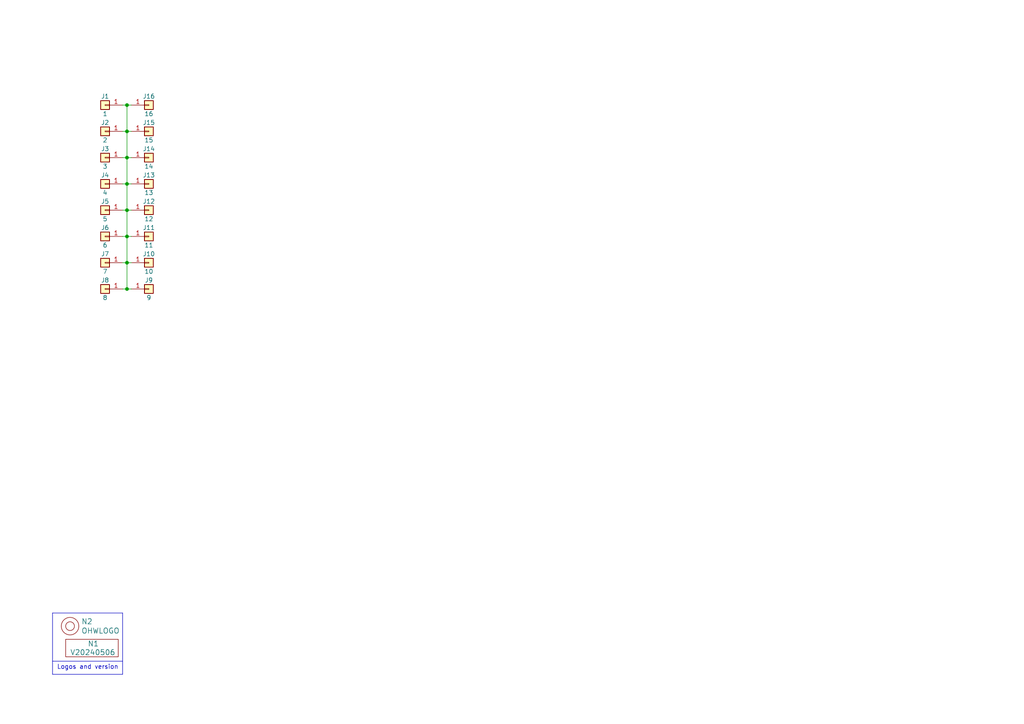
<source format=kicad_sch>
(kicad_sch (version 20230121) (generator eeschema)
  (paper "A4")
  (lib_symbols
    (symbol "Connector_Generic:Conn_01x01" (pin_names (offset 1.016) hide)
      (property "Reference" "J" (at 0 2.54 0))
      (property "Value" "Conn_01x01" (at 0 -2.54 0))
      (symbol "Conn_01x01_1_1"
        (rectangle (start -1.27 0.127) (end 0 -0.127) (stroke (width 0.1524)))
        (rectangle (start -1.27 1.27) (end 1.27 -1.27) (stroke (width 0.254)) (fill (type background)))
        (pin passive line (at -5.08 0 0) (length 3.81) (name "Pin_1") (number "1"))
      )
    )
    (symbol "SquantorLabels:OHWLOGO" (pin_names (offset 1.016))
      (property "Reference" "N" (at 0 3.81 0))
      (property "Value" "OHWLOGO" (at 0 -3.81 0))
      (symbol "OHWLOGO_0_1"
        (circle (center 0 0) (radius 1.27))
        (circle (center 0 0) (radius 2.54))
      )
    )
    (symbol "SquantorLabels:VYYYYMMDD" (pin_names (offset 1.016))
      (property "Reference" "N" (at 0 2.54 0))
      (property "Value" "VYYYYMMDD" (at 0 0 0))
      (symbol "VYYYYMMDD_0_1"
        (rectangle (start 7.62 -1.27) (end -7.62 3.81))
      )
    )
  )
  (junction (at 36.83 68.58))
  (junction (at 36.83 30.48))
  (junction (at 36.83 83.82))
  (junction (at 36.83 60.96))
  (junction (at 36.83 38.1))
  (junction (at 36.83 53.34))
  (junction (at 36.83 76.2))
  (junction (at 36.83 45.72))
  (wire (pts (xy 36.83 53.34) (xy 38.1 53.34)))
  (wire (pts (xy 36.83 68.58) (xy 38.1 68.58)))
  (wire (pts (xy 36.83 38.1) (xy 38.1 38.1)))
  (wire (pts (xy 36.83 45.72) (xy 35.56 45.72)))
  (wire (pts (xy 36.83 68.58) (xy 36.83 76.2)))
  (wire (pts (xy 36.83 76.2) (xy 35.56 76.2)))
  (wire (pts (xy 36.83 53.34) (xy 36.83 45.72)))
  (wire (pts (xy 36.83 60.96) (xy 38.1 60.96)))
  (wire (pts (xy 36.83 68.58) (xy 35.56 68.58)))
  (wire (pts (xy 36.83 76.2) (xy 38.1 76.2)))
  (wire (pts (xy 36.83 38.1) (xy 35.56 38.1)))
  (wire (pts (xy 36.83 83.82) (xy 35.56 83.82)))
  (wire (pts (xy 36.83 38.1) (xy 36.83 45.72)))
  (wire (pts (xy 36.83 83.82) (xy 38.1 83.82)))
  (wire (pts (xy 36.83 30.48) (xy 36.83 38.1)))
  (wire (pts (xy 36.83 76.2) (xy 36.83 83.82)))
  (polyline (pts (xy 15.24 191.77) (xy 35.56 191.77)))
  (wire (pts (xy 36.83 30.48) (xy 38.1 30.48)))
  (polyline (pts (xy 35.56 195.58) (xy 35.56 177.8)))
  (wire (pts (xy 36.83 45.72) (xy 38.1 45.72)))
  (polyline (pts (xy 15.24 195.58) (xy 35.56 195.58)))
  (wire (pts (xy 35.56 30.48) (xy 36.83 30.48)))
  (polyline (pts (xy 35.56 177.8) (xy 15.24 177.8)))
  (wire (pts (xy 36.83 60.96) (xy 35.56 60.96)))
  (wire (pts (xy 36.83 53.34) (xy 36.83 60.96)))
  (polyline (pts (xy 15.24 177.8) (xy 15.24 195.58)))
  (wire (pts (xy 35.56 53.34) (xy 36.83 53.34)))
  (wire (pts (xy 36.83 60.96) (xy 36.83 68.58)))
  (text "Logos and version" (at 16.51 194.31 0) (effects (font (size 1.27 1.27)) (justify left bottom)))
  (symbol (lib_id "SquantorLabels:VYYYYMMDD") (at 26.67 189.23 0) (unit 1)
    (property "Reference" "N1" (at 25.4 186.69 0) (effects (font (size 1.524 1.524)) (justify left)))
    (property "Value" "V20240506" (at 20.32 189.23 0) (effects (font (size 1.524 1.524)) (justify left)))
    (property "Footprint" "SquantorLabels:Label_Generic" (effects hide))
  )
  (symbol (lib_id "SquantorLabels:OHWLOGO") (at 20.32 181.61 0) (unit 1)
    (property "Reference" "N2" (at 23.5712 180.2638 0) (effects (font (size 1.524 1.524)) (justify left)))
    (property "Value" "OHWLOGO" (at 23.5712 182.9562 0) (effects (font (size 1.524 1.524)) (justify left)))
    (property "Footprint" "Symbol:OSHW-Symbol_6.7x6mm_SilkScreen" (effects hide))
  )
  (symbol (lib_id "Connector_Generic:Conn_01x01") (at 30.48 38.1 180) (unit 1)
    (property "Reference" "J2" (at 30.48 35.56 0))
    (property "Value" "2" (at 30.48 40.64 0))
    (property "Footprint" "mill-max:PC_pin_nail_head_6092" (effects hide))
  )
  (symbol (lib_id "Connector_Generic:Conn_01x01") (at 30.48 30.48 180) (unit 1)
    (property "Reference" "J1" (at 30.48 27.94 0))
    (property "Value" "1" (at 30.48 33.02 0))
    (property "Footprint" "mill-max:PC_pin_nail_head_6092" (effects hide))
  )
  (symbol (lib_id "Connector_Generic:Conn_01x01") (at 30.48 45.72 0) (mirror y) (unit 1)
    (property "Reference" "J3" (at 30.48 43.18 0))
    (property "Value" "3" (at 30.48 48.26 0))
    (property "Footprint" "mill-max:PC_pin_nail_head_6092" (effects hide))
  )
  (symbol (lib_id "Connector_Generic:Conn_01x01") (at 30.48 53.34 0) (mirror y) (unit 1)
    (property "Reference" "J4" (at 30.48 50.8 0))
    (property "Value" "4" (at 30.48 55.88 0))
    (property "Footprint" "mill-max:PC_pin_nail_head_6092" (effects hide))
  )
  (symbol (lib_id "Connector_Generic:Conn_01x01") (at 30.48 60.96 180) (unit 1)
    (property "Reference" "J5" (at 30.48 58.42 0))
    (property "Value" "5" (at 30.48 63.5 0))
    (property "Footprint" "mill-max:PC_pin_nail_head_6092" (effects hide))
  )
  (symbol (lib_id "Connector_Generic:Conn_01x01") (at 30.48 68.58 0) (mirror y) (unit 1)
    (property "Reference" "J6" (at 30.48 66.04 0))
    (property "Value" "6" (at 30.48 71.12 0))
    (property "Footprint" "mill-max:PC_pin_nail_head_6092" (effects hide))
  )
  (symbol (lib_id "Connector_Generic:Conn_01x01") (at 43.18 68.58 0) (mirror x) (unit 1)
    (property "Reference" "J11" (at 43.18 66.04 0))
    (property "Value" "11" (at 43.18 71.12 0))
    (property "Footprint" "mill-max:PC_pin_nail_head_6092" (effects hide))
  )
  (symbol (lib_id "Connector_Generic:Conn_01x01") (at 43.18 45.72 0) (mirror x) (unit 1)
    (property "Reference" "J14" (at 43.18 43.18 0))
    (property "Value" "14" (at 43.18 48.26 0))
    (property "Footprint" "mill-max:PC_pin_nail_head_6092" (effects hide))
  )
  (symbol (lib_id "Connector_Generic:Conn_01x01") (at 43.18 60.96 0) (mirror x) (unit 1)
    (property "Reference" "J12" (at 43.18 58.42 0))
    (property "Value" "12" (at 43.18 63.5 0))
    (property "Footprint" "mill-max:PC_pin_nail_head_6092" (effects hide))
  )
  (symbol (lib_id "Connector_Generic:Conn_01x01") (at 43.18 53.34 0) (mirror x) (unit 1)
    (property "Reference" "J13" (at 43.18 50.8 0))
    (property "Value" "13" (at 43.18 55.88 0))
    (property "Footprint" "mill-max:PC_pin_nail_head_6092" (effects hide))
  )
  (symbol (lib_id "Connector_Generic:Conn_01x01") (at 43.18 83.82 0) (mirror x) (unit 1)
    (property "Reference" "J9" (at 43.18 81.28 0))
    (property "Value" "9" (at 43.18 86.36 0))
    (property "Footprint" "mill-max:PC_pin_nail_head_6092" (effects hide))
  )
  (symbol (lib_id "Connector_Generic:Conn_01x01") (at 30.48 76.2 0) (mirror y) (unit 1)
    (property "Reference" "J7" (at 30.48 73.66 0))
    (property "Value" "7" (at 30.48 78.74 0))
    (property "Footprint" "mill-max:PC_pin_nail_head_6092" (effects hide))
  )
  (symbol (lib_id "Connector_Generic:Conn_01x01") (at 43.18 38.1 0) (mirror x) (unit 1)
    (property "Reference" "J15" (at 43.18 35.56 0))
    (property "Value" "15" (at 43.18 40.64 0))
    (property "Footprint" "mill-max:PC_pin_nail_head_6092" (effects hide))
  )
  (symbol (lib_id "Connector_Generic:Conn_01x01") (at 30.48 83.82 180) (unit 1)
    (property "Reference" "J8" (at 30.48 81.28 0))
    (property "Value" "8" (at 30.48 86.36 0))
    (property "Footprint" "mill-max:PC_pin_nail_head_6092" (effects hide))
  )
  (symbol (lib_id "Connector_Generic:Conn_01x01") (at 43.18 30.48 0) (mirror x) (unit 1)
    (property "Reference" "J16" (at 43.18 27.94 0))
    (property "Value" "16" (at 43.18 33.02 0))
    (property "Footprint" "mill-max:PC_pin_nail_head_6092" (effects hide))
  )
  (symbol (lib_id "Connector_Generic:Conn_01x01") (at 43.18 76.2 0) (mirror x) (unit 1)
    (property "Reference" "J10" (at 43.18 73.66 0))
    (property "Value" "10" (at 43.18 78.74 0))
    (property "Footprint" "mill-max:PC_pin_nail_head_6092" (effects hide))
  )
)
</source>
